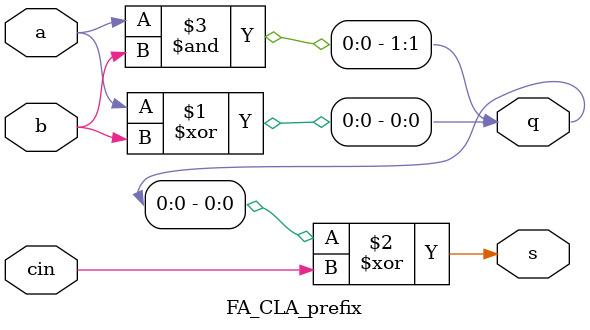
<source format=v>
`define INPUTSIZE 8		//set the input size n
`define GROUPSIZE 2		//set the group size = 1, 2, 4 or 8
module Brent_Kung_Adder(A,B,S);
input	[`INPUTSIZE - 1:0]	A;
input	[`INPUTSIZE - 1:0]	B;
output	[`INPUTSIZE:0]		S;
wire	[`INPUTSIZE / `GROUPSIZE * 2 - 1:0]	r_temp;
wire	[`INPUTSIZE / `GROUPSIZE * 2 - 1:0]	r;
wire	[`INPUTSIZE / `GROUPSIZE:0]		cin;
wire	[`INPUTSIZE / `GROUPSIZE * 2 - 1:0]	q;
assign cin[0] = 1'b0;
generate
genvar i;
for(i = 0;i < `INPUTSIZE / `GROUPSIZE;i = i + 1) begin: parallel_FA_CLA_prefix
group_q_generation #(.Groupsize(`GROUPSIZE))
f(.a(A[`GROUPSIZE * (i + 1) - 1:`GROUPSIZE * i]),
		  .b(B[`GROUPSIZE * (i + 1) - 1:`GROUPSIZE * i]),
		  .cin(cin[i]),
		  .s(S[`GROUPSIZE * (i + 1) - 1:`GROUPSIZE * i]),
		  .qg(q[i * 2 + 1:i * 2]));
end
parallel_prefix_tree_first_half #(.Treesize(`INPUTSIZE / `GROUPSIZE))
t1(.q(q[`INPUTSIZE / `GROUPSIZE * 2 - 1:0]),
	   .r(r_temp[`INPUTSIZE / `GROUPSIZE * 2 - 1:0]));
parallel_prefix_tree_second_half #(.Treesize(`INPUTSIZE / `GROUPSIZE))
t2(.q(r_temp[`INPUTSIZE / `GROUPSIZE * 2 - 1:0]),
	   .r(r[`INPUTSIZE / `GROUPSIZE * 2 - 1:0]));
for(i = 0;i < `INPUTSIZE / `GROUPSIZE;i = i + 1) begin: cin_generation
cin_generation_logic f(.r(r[2 * i + 1:2 * i]),
							   .c0(1'b0),
							   .cin(cin[i + 1]));
end
assign S[`INPUTSIZE] = cin[`INPUTSIZE / `GROUPSIZE];
endgenerate
endmodule
module parallel_prefix_tree_first_half #(parameter Treesize = `INPUTSIZE / `GROUPSIZE)(q,r);
input	[Treesize * 2 - 1:0]	q;
output	[Treesize * 2 - 1:0]	r;
generate
genvar i;
if(Treesize == 2) begin: trival_case
assign r[1:0] = q[1:0];
prefix_logic f(.ql(q[1:0]),
					   .qh(q[3:2]),
					   .r(r[3:2]));
end
else begin: recursive_case
wire	[Treesize * 2 - 1:0]	r_temp;
parallel_prefix_tree_first_half #(.Treesize(Treesize / 2))
recursion_lsbh(.q(q[Treesize - 1:0]),
					   .r(r_temp[Treesize - 1:0]));
parallel_prefix_tree_first_half #(.Treesize(Treesize / 2))
recursion_msbh(.q(q[Treesize * 2 - 1:Treesize]),
					   .r(r_temp[Treesize * 2 - 1:Treesize]));
for(i = 0;i < Treesize * 2;i = i + 2) begin: parallel_stitch_up
if(i != Treesize * 2 - 2) begin: parallel_stitch_up_pass
assign r[i + 1:i] = r_temp[i + 1:i];
end
else begin: parallel_stitch_up_produce
prefix_logic f(.ql(r_temp[Treesize - 1:Treesize - 2]),
							   .qh(r_temp[Treesize * 2 - 1:Treesize * 2 - 2]),
							   .r(r[Treesize * 2 - 1:Treesize * 2 - 2]));
end
end
end
endgenerate
endmodule
module parallel_prefix_tree_second_half #(parameter Treesize = `INPUTSIZE / `GROUPSIZE)(q,r);
input	[Treesize * 2 - 1:0]	q;
output	[Treesize * 2 - 1:0]	r;
wire	[Treesize * 2 * ($clog2(Treesize) - 1) - 1:0]	r_temp;
assign r_temp[Treesize * 2 - 1:0] = q[Treesize * 2 - 1:0];
generate
genvar i, j;
for(i = 0;i < $clog2(Treesize) - 2;i = i + 1) begin: second_half_level
assign r_temp[Treesize * 2 * (i + 1) + ((Treesize / (2 ** i)) - 1 - 2 ** ($clog2(Treesize / 4) - i)) * 2 - 1:Treesize * 2 * (i + 1)] = r_temp[Treesize * 2 * i + ((Treesize / (2 ** i)) - 1 - 2 ** ($clog2(Treesize / 4) - i)) * 2 - 1:Treesize * 2 * i];
for(j = (Treesize / (2 ** i)) - 1 - 2 ** ($clog2(Treesize / 4) - i);j < Treesize;j = j + 2 ** ($clog2(Treesize / 2) - i)) begin: second_half_level_logic
prefix_logic f(.ql(r_temp[Treesize * 2 * i + (j - 2 ** ($clog2(Treesize / 4) - i)) * 2 + 1:Treesize * 2 * i + (j - 2 ** ($clog2(Treesize / 4) - i)) * 2]),
						   .qh(r_temp[Treesize * 2 * i + j * 2 + 1:Treesize * 2 * i + j * 2]),
						   .r(r_temp[Treesize * 2 * (i + 1) + j * 2 + 1:Treesize * 2 * (i + 1) + j * 2]));
if(j != Treesize - 1 - 2 ** ($clog2(Treesize / 4) - i)) begin: second_half_level_direct_connect
assign r_temp[Treesize * 2 * (i + 1) + (j + 2 ** ($clog2(Treesize / 2) - i)) * 2 - 1:Treesize * 2 * (i + 1) + j * 2 + 2] = r_temp[Treesize * 2 * i + (j + 2 ** ($clog2(Treesize / 2) - i)) * 2 - 1:Treesize * 2 * i + j * 2 + 2];
end
end
assign r_temp[Treesize * 2 * (i + 2) - 1:Treesize * 2 * (i + 2) - (2 ** ($clog2(Treesize / 4) - i)) * 2] = r_temp[Treesize * 2 * (i + 1) - 1:Treesize * 2 * (i + 1) - (2 ** ($clog2(Treesize / 4) - i)) * 2];
end
assign r[1:0] = r_temp[Treesize * 2 * ($clog2(Treesize) - 2) + 1:Treesize * 2 * ($clog2(Treesize) - 2)];
for(i = 1;i < Treesize;i = i + 2) begin: final_r_odd
assign r[i * 2 + 1:i * 2] = r_temp[Treesize * 2 * ($clog2(Treesize) - 2) + i * 2 + 1:Treesize * 2 * ($clog2(Treesize) - 2) + i * 2];
end
for(i = 2;i < Treesize;i = i + 2) begin: final_r_even
prefix_logic f(.ql(r_temp[Treesize * 2 * ($clog2(Treesize) - 2) + i * 2 - 1:Treesize * 2 * ($clog2(Treesize) - 2) + i * 2 - 2]),
					   .qh(r_temp[Treesize * 2 * ($clog2(Treesize) - 2) + i * 2 + 1:Treesize * 2 * ($clog2(Treesize) - 2) + i * 2]),
					   .r(r[i * 2 + 1:i * 2]));
end
endgenerate
endmodule
module group_q_generation #(parameter Groupsize = `GROUPSIZE)(a,b,cin,s,qg);
input	[Groupsize - 1:0]	a;
input	[Groupsize - 1:0]	b;
input				cin;
output	[Groupsize - 1:0]	s;
output	[1:0]			qg;
wire	[2 * Groupsize - 1:0]	q;
wire	[Groupsize - 1:0]	c;
assign c[0] = cin;
generate
genvar i;
for(i = 0;i < Groupsize;i = i + 1) begin: parallel_FA_CLA_prefix
FA_CLA_prefix f(.a(a[i]),
						.b(b[i]),
						.cin(c[i]),
						.s(s[i]),
						.q(q[i * 2 + 1:i * 2]));
if(i != Groupsize - 1)begin: special_case
assign c[i + 1] = q[i * 2 + 1] | q[i * 2] & c[i];
end
end
//group q generation based on the Groupsize
if(Groupsize == 1) begin: case_gs1
assign qg[1] = q[1];
assign qg[0] = q[0];
end
else if(Groupsize == 2) begin: case_gs2
assign qg[1] = q[3] | (q[1] & q[2]);
assign qg[0] = q[2] & q[0];
end
else if(Groupsize == 4) begin: case_gs4
assign qg[1] = q[7] | (q[5] & q[6]) | (q[3] & q[6] & q[4]) | (q[1] & q[6] & q[4] & q[2]);
assign qg[0] = q[6] & q[4] & q[2] & q[0];
end
else if(Groupsize == 8) begin: case_gs8
assign qg[1] = q[15] | (q[13] & q[14]) | (q[11] & q[14] & q[12]) | (q[9] & q[14] & q[12] & q[10]) | (q[7] & q[14] & q[12] & q[10] & q[8]) | (q[5] & q[14] & q[12] & q[10] & q[8] & q[6]) | (q[3] & q[14] & q[12] & q[10] & q[8] & q[6] & q[4]) | (q[1] & q[14] & q[12] & q[10] & q[8] & q[6] & q[4] & q[2]);
assign qg[0] = q[14] & q[12] & q[10] & q[8] & q[6] & q[4] & q[2] & q[0];
end
endgenerate
endmodule
//Cin_generation_logic
module cin_generation_logic(r,c0,cin);
input	[1:0]	r;
input		c0;
output		cin;
assign cin = (r[0] & c0) | r[1];
endmodule
//basic_logic
module prefix_logic(ql,qh,r);
input	[1:0]	ql;
input	[1:0]	qh;
output	[1:0]	r;
assign r[0] = qh[0] & ql[0];
assign r[1] = (qh[0] & ql[1]) | qh[1];
endmodule
//FA_cell_CLA
module FA_CLA_prefix(a,b,cin,s,q);
input 		a;
input 		b;
input 		cin;
output 		s;
output	[1:0]	q;
assign q[0] = a ^ b;
assign s = q[0] ^ cin;
assign q[1] = a & b;
endmodule

</source>
